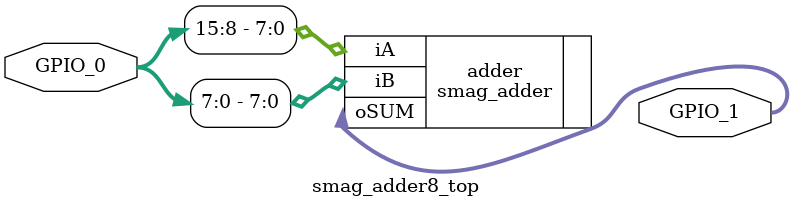
<source format=v>

module smag_adder8_top
	(
		input wire [15:0] GPIO_0,
		output wire [7:0] GPIO_1
	);

	smag_adder #(.N(8)) adder
		(.iA(GPIO_0[15:8]), .iB(GPIO_0[7:0]),
		 .oSUM(GPIO_1[7:0]));
endmodule

</source>
